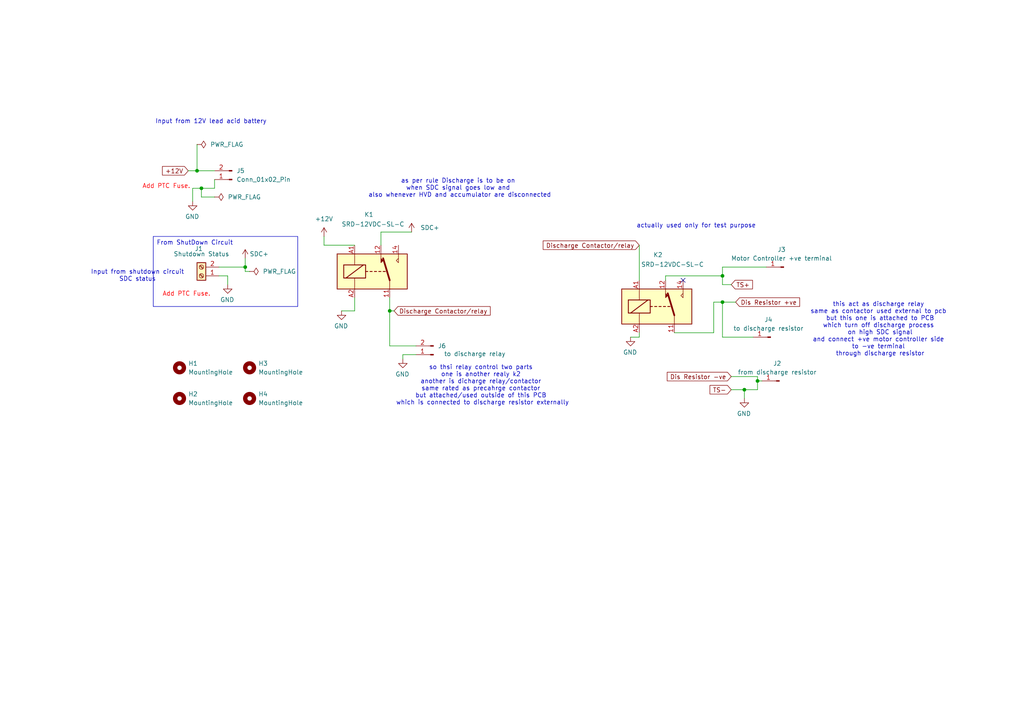
<source format=kicad_sch>
(kicad_sch (version 20231120) (generator "eeschema") (generator_version "8.0")
  (paper "A4")
  (lib_symbols
    (symbol "Connector:Conn_01x01_Pin" (pin_names (offset 1.016) hide)
      (property "Reference" "J" (at 0 2.54 0))
      (property "Value" "Conn_01x01_Pin" (at 0 -2.54 0))
      (symbol "Conn_01x01_Pin_1_1"
        (polyline (pts (xy 1.27 0) (xy 0.8636 0)) (stroke (width 0.1524)))
        (rectangle (start 0.8636 0.127) (end 0 -0.127) (stroke (width 0.1524)) (fill (type outline)))
        (pin passive line (at 5.08 0 180) (length 3.81) (name "Pin_1") (number "1"))
      )
    )
    (symbol "Connector:Conn_01x02_Pin" (pin_names (offset 1.016) hide)
      (property "Reference" "J" (at 0 2.54 0))
      (property "Value" "Conn_01x02_Pin" (at 0 -5.08 0))
      (symbol "Conn_01x02_Pin_1_1"
        (polyline (pts (xy 1.27 -2.54) (xy 0.8636 -2.54)) (stroke (width 0.1524)))
        (polyline (pts (xy 1.27 0) (xy 0.8636 0)) (stroke (width 0.1524)))
        (rectangle (start 0.8636 -2.413) (end 0 -2.667) (stroke (width 0.1524)) (fill (type outline)))
        (rectangle (start 0.8636 0.127) (end 0 -0.127) (stroke (width 0.1524)) (fill (type outline)))
        (pin passive line (at 5.08 0 180) (length 3.81) (name "Pin_1") (number "1"))
        (pin passive line (at 5.08 -2.54 180) (length 3.81) (name "Pin_2") (number "2"))
      )
    )
    (symbol "Connector:Screw_Terminal_01x02" (pin_names (offset 1.016) hide)
      (property "Reference" "J" (at 0 2.54 0))
      (property "Value" "Screw_Terminal_01x02" (at 0 -5.08 0))
      (symbol "Screw_Terminal_01x02_1_1"
        (rectangle (start -1.27 1.27) (end 1.27 -3.81) (stroke (width 0.254)) (fill (type background)))
        (circle (center 0 -2.54) (radius 0.635) (stroke (width 0.1524)))
        (polyline (pts (xy -0.5334 -2.2098) (xy 0.3302 -3.048)) (stroke (width 0.1524)))
        (polyline (pts (xy -0.5334 0.3302) (xy 0.3302 -0.508)) (stroke (width 0.1524)))
        (polyline (pts (xy -0.3556 -2.032) (xy 0.508 -2.8702)) (stroke (width 0.1524)))
        (polyline (pts (xy -0.3556 0.508) (xy 0.508 -0.3302)) (stroke (width 0.1524)))
        (circle (center 0 0) (radius 0.635) (stroke (width 0.1524)))
        (pin passive line (at -5.08 0 0) (length 3.81) (name "Pin_1") (number "1"))
        (pin passive line (at -5.08 -2.54 0) (length 3.81) (name "Pin_2") (number "2"))
      )
    )
    (symbol "Mechanical:MountingHole" (pin_names (offset 1.016)) (exclude_from_sim yes) (in_bom no)
      (property "Reference" "H" (at 0 5.08 0))
      (property "Value" "MountingHole" (at 0 3.175 0))
      (symbol "MountingHole_0_1"
        (circle (center 0 0) (radius 1.27) (stroke (width 1.27)))
      )
    )
    (symbol "Relay:Fujitsu_FTR-LYCA005x"
      (property "Reference" "K" (at 11.43 3.81 0))
      (property "Value" "Fujitsu_FTR-LYCA005x" (at 11.43 1.27 0))
      (symbol "Fujitsu_FTR-LYCA005x_0_0"
        (polyline (pts (xy 7.62 5.08) (xy 7.62 2.54) (xy 6.985 3.175) (xy 7.62 3.81)))
      )
      (symbol "Fujitsu_FTR-LYCA005x_0_1"
        (rectangle (start -10.16 5.08) (end 10.16 -5.08) (stroke (width 0.254)) (fill (type background)))
        (rectangle (start -8.255 1.905) (end -1.905 -1.905) (stroke (width 0.254)))
        (polyline (pts (xy -7.62 -1.905) (xy -2.54 1.905)) (stroke (width 0.254)))
        (polyline (pts (xy -5.08 -5.08) (xy -5.08 -1.905)))
        (polyline (pts (xy -5.08 5.08) (xy -5.08 1.905)))
        (polyline (pts (xy -1.905 0) (xy -1.27 0)) (stroke (width 0.254)))
        (polyline (pts (xy -0.635 0) (xy 0 0)) (stroke (width 0.254)))
        (polyline (pts (xy 0.635 0) (xy 1.27 0)) (stroke (width 0.254)))
        (polyline (pts (xy 1.905 0) (xy 2.54 0)) (stroke (width 0.254)))
        (polyline (pts (xy 3.175 0) (xy 3.81 0)) (stroke (width 0.254)))
        (polyline (pts (xy 5.08 -2.54) (xy 3.175 3.81)) (stroke (width 0.508)))
        (polyline (pts (xy 5.08 -2.54) (xy 5.08 -5.08)))
        (polyline (pts (xy 2.54 5.08) (xy 2.54 2.54) (xy 3.175 3.175) (xy 2.54 3.81)) (fill (type outline)))
      )
      (symbol "Fujitsu_FTR-LYCA005x_1_1"
        (pin passive line (at 5.08 -7.62 90) (length 2.54) (name "~") (number "11"))
        (pin passive line (at 2.54 7.62 270) (length 2.54) (name "~") (number "12"))
        (pin passive line (at 7.62 7.62 270) (length 2.54) (name "~") (number "14"))
        (pin passive line (at -5.08 7.62 270) (length 2.54) (name "~") (number "A1"))
        (pin passive line (at -5.08 -7.62 90) (length 2.54) (name "~") (number "A2"))
      )
    )
    (symbol "power:+12V" (power) (pin_names (offset 0))
      (property "Value" "+12V" (at 0 3.556 0))
      (symbol "+12V_0_1"
        (polyline (pts (xy -0.762 1.27) (xy 0 2.54)))
        (polyline (pts (xy 0 0) (xy 0 2.54)))
        (polyline (pts (xy 0 2.54) (xy 0.762 1.27)))
      )
      (symbol "+12V_1_1"
        (pin power_in line (at 0 0 90) (length 0) hide (name "+12V") (number "1"))
      )
    )
    (symbol "power:GND" (power) (pin_names (offset 0))
      (property "Value" "GND" (at 0 -3.81 0))
      (symbol "GND_0_1"
        (polyline (pts (xy 0 0) (xy 0 -1.27) (xy 1.27 -1.27) (xy 0 -2.54) (xy -1.27 -1.27) (xy 0 -1.27)))
      )
      (symbol "GND_1_1"
        (pin power_in line (at 0 0 270) (length 0) hide (name "GND") (number "1"))
      )
    )
    (symbol "power:PWR_FLAG" (power) (pin_numbers hide) (pin_names (offset 0) hide)
      (property "Value" "PWR_FLAG" (at 0 3.81 0))
      (symbol "PWR_FLAG_0_0"
        (pin power_out line (at 0 0 90) (length 0) (name "~") (number "1"))
      )
      (symbol "PWR_FLAG_0_1"
        (polyline (pts (xy 0 0) (xy 0 1.27) (xy -1.016 1.905) (xy 0 2.54) (xy 1.016 1.905) (xy 0 1.27)))
      )
    )
  )
  (junction (at 57.15 49.53))
  (junction (at 58.42 54.61))
  (junction (at 113.03 90.17))
  (junction (at 71.12 77.47))
  (junction (at 219.71 110.49))
  (junction (at 215.9 113.03))
  (junction (at 209.55 87.63))
  (junction (at 209.55 80.01))
  (no_connect (at 198.12 81.28))
  (wire (pts (xy 102.87 90.17) (xy 99.06 90.17)))
  (wire (pts (xy 209.55 80.01) (xy 209.55 82.55)))
  (wire (pts (xy 219.71 110.49) (xy 219.71 113.03)))
  (wire (pts (xy 212.09 113.03) (xy 215.9 113.03)))
  (wire (pts (xy 110.49 71.12) (xy 110.49 67.31)))
  (wire (pts (xy 57.15 41.91) (xy 57.15 49.53)))
  (wire (pts (xy 185.42 71.12) (xy 185.42 81.28)))
  (wire (pts (xy 207.01 96.52) (xy 207.01 87.63)))
  (wire (pts (xy 58.42 57.15) (xy 58.42 54.61)))
  (wire (pts (xy 207.01 87.63) (xy 209.55 87.63)))
  (wire (pts (xy 63.5 80.01) (xy 66.04 80.01)))
  (wire (pts (xy 57.15 49.53) (xy 62.23 49.53)))
  (wire (pts (xy 55.88 54.61) (xy 58.42 54.61)))
  (wire (pts (xy 219.71 109.22) (xy 219.71 110.49)))
  (wire (pts (xy 113.03 90.17) (xy 114.3 90.17)))
  (wire (pts (xy 212.09 109.22) (xy 219.71 109.22)))
  (wire (pts (xy 66.04 80.01) (xy 66.04 82.55)))
  (wire (pts (xy 62.23 52.07) (xy 62.23 54.61)))
  (wire (pts (xy 116.84 102.87) (xy 116.84 104.14)))
  (wire (pts (xy 215.9 113.03) (xy 215.9 115.57)))
  (wire (pts (xy 193.04 80.01) (xy 209.55 80.01)))
  (wire (pts (xy 113.03 86.36) (xy 113.03 90.17)))
  (wire (pts (xy 58.42 54.61) (xy 62.23 54.61)))
  (wire (pts (xy 209.55 77.47) (xy 209.55 80.01)))
  (wire (pts (xy 110.49 67.31) (xy 119.38 67.31)))
  (wire (pts (xy 219.71 110.49) (xy 220.98 110.49)))
  (wire (pts (xy 62.23 57.15) (xy 58.42 57.15)))
  (wire (pts (xy 54.61 49.53) (xy 57.15 49.53)))
  (wire (pts (xy 193.04 81.28) (xy 193.04 80.01)))
  (wire (pts (xy 71.12 78.74) (xy 71.12 77.47)))
  (wire (pts (xy 182.88 97.79) (xy 185.42 97.79)))
  (wire (pts (xy 195.58 96.52) (xy 207.01 96.52)))
  (wire (pts (xy 218.44 97.79) (xy 209.55 97.79)))
  (wire (pts (xy 113.03 100.33) (xy 113.03 90.17)))
  (wire (pts (xy 63.5 77.47) (xy 71.12 77.47)))
  (wire (pts (xy 102.87 86.36) (xy 102.87 90.17)))
  (wire (pts (xy 209.55 87.63) (xy 209.55 97.79)))
  (wire (pts (xy 55.88 58.42) (xy 55.88 54.61)))
  (wire (pts (xy 71.12 74.93) (xy 71.12 77.47)))
  (wire (pts (xy 222.25 77.47) (xy 209.55 77.47)))
  (wire (pts (xy 93.98 71.12) (xy 93.98 68.58)))
  (wire (pts (xy 185.42 97.79) (xy 185.42 96.52)))
  (wire (pts (xy 209.55 82.55) (xy 212.09 82.55)))
  (wire (pts (xy 72.39 78.74) (xy 71.12 78.74)))
  (wire (pts (xy 209.55 87.63) (xy 213.36 87.63)))
  (wire (pts (xy 102.87 71.12) (xy 93.98 71.12)))
  (wire (pts (xy 113.03 100.33) (xy 120.65 100.33)))
  (wire (pts (xy 215.9 113.03) (xy 219.71 113.03)))
  (wire (pts (xy 120.65 102.87) (xy 116.84 102.87)))
  (text_box "From ShutDown Circuit" (at 44.45 68.58 0) (size 41.91 20.32) (effects (font (size 1.27 1.27)) (justify left top)))
  (text "Add PTC Fuse." (at 54.102 85.344 0) (effects (font (size 1.27 1.27))))
  (text "as per rule Discharge is to be on \nwhen SDC signal goes low and \nalso whenever HVD and accumulator are disconnected" (at 133.35 54.61 0) (effects (font (size 1.27 1.27))))
  (text "actually used only for test purpose" (at 201.93 65.532 0) (effects (font (size 1.27 1.27))))
  (text "so thsi relay control two parts \none is another realy k2 \nanother is dicharge relay/contactor \nsame rated as precahrge contactor \nbut attached/used outside of this PCB \nwhich is connected to discharge resistor externally" (at 139.954 111.76 0) (effects (font (size 1.27 1.27))))
  (text "Input from 12V lead acid battery" (at 61.214 35.306 0) (effects (font (size 1.27 1.27))))
  (text "Add PTC Fuse." (at 48.26 54.102 0) (effects (font (size 1.27 1.27))))
  (text "Input from shutdown circuit\nSDC status" (at 39.878 80.01 0) (effects (font (size 1.27 1.27))))
  (text "this act as discharge relay \nsame as contactor used external to pcb \nbut this one is attached to PCB\nwhich turn off discharge process \non high SDC signal\nand connect +ve motor controller side \nto -ve terminal \nthrough discharge resistor\n" (at 255.27 95.504 0) (effects (font (size 1.27 1.27))))
  (global_label "Dis Resistor -ve" (shape input) (at 212.09 109.22 180) (property "Intersheetrefs" "${INTERSHEET_REFS}" (effects (hide yes))))
  (global_label "TS-" (shape input) (at 212.09 113.03 180) (property "Intersheetrefs" "${INTERSHEET_REFS}" (effects (hide yes))))
  (global_label "TS+" (shape input) (at 212.09 82.55 0) (property "Intersheetrefs" "${INTERSHEET_REFS}" (effects (hide yes))))
  (global_label "Discharge Contactor{slash}relay" (shape input) (at 114.3 90.17 0) (property "Intersheetrefs" "${INTERSHEET_REFS}" (effects (hide yes))))
  (global_label "Discharge Contactor{slash}relay" (shape input) (at 185.42 71.12 180) (property "Intersheetrefs" "${INTERSHEET_REFS}" (effects (hide yes))))
  (global_label "+12V" (shape input) (at 54.61 49.53 180) (property "Intersheetrefs" "${INTERSHEET_REFS}" (effects (hide yes))))
  (global_label "Dis Resistor +ve" (shape input) (at 213.36 87.63 0) (property "Intersheetrefs" "${INTERSHEET_REFS}" (effects (hide yes))))
  (symbol (lib_id "Connector:Conn_01x01_Pin") (at 226.06 110.49 180) (unit 1)
    (property "Reference" "J2" (at 225.425 105.41 0))
    (property "Value" "from discharge resistor" (at 225.425 107.95 0))
    (property "Footprint" "TerminalBlock_Phoenix:TerminalBlock_Phoenix_MKDS-1,5-2-5.08_1x02_P5.08mm_Horizontal" (effects (hide yes)))
    (property "Description" "Generic connector, single row, 01x01, script generated" (effects (hide yes)))
  )
  (symbol (lib_id "power:GND") (at 66.04 82.55 0) (mirror y) (unit 1)
    (property "Reference" "#PWR01" (effects (hide yes)))
    (property "Value" "GND" (at 65.913 86.9442 0))
  )
  (symbol (lib_id "Relay:Fujitsu_FTR-LYCA005x") (at 190.5 88.9 0) (unit 1)
    (property "Reference" "K2" (at 189.484 73.914 0) (effects (justify left)))
    (property "Value" "SRD-12VDC-SL-C" (at 185.928 76.708 0) (effects (justify left)))
    (property "Footprint" "Relay_THT:Relay_SPDT_Hongfa_HF3F-L-xx-1ZL1T" (effects (hide yes)))
    (property "Datasheet" "https://www.fujitsu.com/sg/imagesgig5/ftr-ly.pdf" (effects (hide yes)))
    (property "Description" "Relay, SPDT Form C, vertical mount, 5-60V coil, 6A, 250VAC, 28 x 5 x 15mm" (effects (hide yes)))
  )
  (symbol (lib_id "power:PWR_FLAG") (at 72.39 78.74 270) (unit 1)
    (property "Reference" "#FLG01" (effects (hide yes)))
    (property "Value" "PWR_FLAG" (at 76.2 78.7399 90) (effects (justify left)))
    (property "Description" "Special symbol for telling ERC where power comes from" (effects (hide yes)))
  )
  (symbol (lib_id "Mechanical:MountingHole") (at 52.07 106.68 0) (unit 1) (exclude_from_sim yes) (in_bom no)
    (property "Reference" "H1" (at 54.61 105.4099 0) (effects (justify left)))
    (property "Value" "MountingHole" (at 54.61 107.9499 0) (effects (justify left)))
    (property "Footprint" "MountingHole:MountingHole_4.3mm_M4" (effects (hide yes)))
    (property "Description" "Mounting Hole without connection" (effects (hide yes)))
  )
  (symbol (lib_id "Connector:Conn_01x02_Pin") (at 125.73 102.87 180) (unit 1)
    (property "Reference" "J6" (at 127 100.3299 0) (effects (justify right)))
    (property "Value" "to discharge relay" (at 128.778 102.616 0) (effects (justify right)))
    (property "Footprint" "TerminalBlock_Phoenix:TerminalBlock_Phoenix_MKDS-1,5-2-5.08_1x02_P5.08mm_Horizontal" (effects (hide yes)))
    (property "Description" "Generic connector, single row, 01x02, script generated" (effects (hide yes)))
  )
  (symbol (lib_id "power:GND") (at 55.88 58.42 0) (mirror y) (unit 1)
    (property "Reference" "#PWR03" (effects (hide yes)))
    (property "Value" "GND" (at 55.753 62.8142 0))
  )
  (symbol (lib_id "Mechanical:MountingHole") (at 52.07 115.57 0) (unit 1) (exclude_from_sim yes) (in_bom no)
    (property "Reference" "H2" (at 54.61 114.2999 0) (effects (justify left)))
    (property "Value" "MountingHole" (at 54.61 116.8399 0) (effects (justify left)))
    (property "Footprint" "MountingHole:MountingHole_4.3mm_M4" (effects (hide yes)))
    (property "Description" "Mounting Hole without connection" (effects (hide yes)))
  )
  (symbol (lib_id "power:GND") (at 99.06 90.17 0) (mirror y) (unit 1)
    (property "Reference" "#PWR07" (effects (hide yes)))
    (property "Value" "GND" (at 98.933 94.5642 0))
  )
  (symbol (lib_id "power:GND") (at 116.84 104.14 0) (mirror y) (unit 1)
    (property "Reference" "#PWR09" (effects (hide yes)))
    (property "Value" "GND" (at 116.713 108.5342 0))
  )
  (symbol (lib_id "power:+12V") (at 119.38 67.31 0) (unit 1)
    (property "Reference" "#PWR08" (effects (hide yes)))
    (property "Value" "SDC+" (at 121.92 66.0399 0) (effects (justify left)))
  )
  (symbol (lib_id "power:PWR_FLAG") (at 57.15 41.91 270) (unit 1)
    (property "Reference" "#FLG03" (effects (hide yes)))
    (property "Value" "PWR_FLAG" (at 60.96 41.9099 90) (effects (justify left)))
    (property "Description" "Special symbol for telling ERC where power comes from" (effects (hide yes)))
  )
  (symbol (lib_id "power:GND") (at 182.88 97.79 0) (mirror y) (unit 1)
    (property "Reference" "#PWR04" (effects (hide yes)))
    (property "Value" "GND" (at 182.753 102.1842 0))
  )
  (symbol (lib_id "Mechanical:MountingHole") (at 72.39 106.68 0) (unit 1) (exclude_from_sim yes) (in_bom no)
    (property "Reference" "H3" (at 74.93 105.4099 0) (effects (justify left)))
    (property "Value" "MountingHole" (at 74.93 107.9499 0) (effects (justify left)))
    (property "Footprint" "MountingHole:MountingHole_4.3mm_M4" (effects (hide yes)))
    (property "Description" "Mounting Hole without connection" (effects (hide yes)))
  )
  (symbol (lib_id "Connector:Conn_01x01_Pin") (at 223.52 97.79 180) (unit 1)
    (property "Reference" "J4" (at 222.885 92.71 0))
    (property "Value" "to discharge resistor" (at 222.885 95.25 0))
    (property "Footprint" "TerminalBlock_Phoenix:TerminalBlock_Phoenix_MKDS-1,5-2-5.08_1x02_P5.08mm_Horizontal" (effects (hide yes)))
    (property "Description" "Generic connector, single row, 01x01, script generated" (effects (hide yes)))
  )
  (symbol (lib_id "Connector:Conn_01x02_Pin") (at 67.31 52.07 180) (unit 1)
    (property "Reference" "J5" (at 68.58 49.5299 0) (effects (justify right)))
    (property "Value" "Conn_01x02_Pin" (at 68.58 52.0699 0) (effects (justify right)))
    (property "Footprint" "TerminalBlock_Phoenix:TerminalBlock_Phoenix_MKDS-1,5-2-5.08_1x02_P5.08mm_Horizontal" (effects (hide yes)))
    (property "Description" "Generic connector, single row, 01x02, script generated" (effects (hide yes)))
  )
  (symbol (lib_id "power:PWR_FLAG") (at 62.23 57.15 270) (unit 1)
    (property "Reference" "#FLG04" (effects (hide yes)))
    (property "Value" "PWR_FLAG" (at 66.04 57.1499 90) (effects (justify left)))
    (property "Description" "Special symbol for telling ERC where power comes from" (effects (hide yes)))
  )
  (symbol (lib_id "Connector:Screw_Terminal_01x02") (at 58.42 80.01 180) (unit 1)
    (property "Reference" "J1" (at 57.658 72.136 0))
    (property "Value" "Shutdown Status" (at 58.42 73.66 0))
    (property "Footprint" "TerminalBlock_Phoenix:TerminalBlock_Phoenix_MKDS-1,5-2-5.08_1x02_P5.08mm_Horizontal" (effects (hide yes)))
  )
  (symbol (lib_id "Connector:Conn_01x01_Pin") (at 227.33 77.47 180) (unit 1)
    (property "Reference" "J3" (at 226.695 72.39 0))
    (property "Value" "Motor Controller +ve terminal" (at 226.695 74.93 0))
    (property "Footprint" "TerminalBlock_Phoenix:TerminalBlock_Phoenix_MKDS-1,5-2-5.08_1x02_P5.08mm_Horizontal" (effects (hide yes)))
    (property "Description" "Generic connector, single row, 01x01, script generated" (effects (hide yes)))
  )
  (symbol (lib_id "power:+12V") (at 93.98 68.58 0) (unit 1)
    (property "Reference" "#PWR06" (effects (hide yes)))
    (property "Value" "+12V" (at 93.98 63.5 0))
  )
  (symbol (lib_id "Relay:Fujitsu_FTR-LYCA005x") (at 107.95 78.74 0) (unit 1)
    (property "Reference" "K1" (at 105.664 62.23 0) (effects (justify left)))
    (property "Value" "SRD-12VDC-SL-C" (at 99.06 65.024 0) (effects (justify left)))
    (property "Footprint" "Relay_THT:Relay_SPDT_Hongfa_HF3F-L-xx-1ZL1T" (effects (hide yes)))
    (property "Datasheet" "https://www.fujitsu.com/sg/imagesgig5/ftr-ly.pdf" (effects (hide yes)))
    (property "Description" "Relay, SPDT Form C, vertical mount, 5-60V coil, 6A, 250VAC, 28 x 5 x 15mm" (effects (hide yes)))
  )
  (symbol (lib_id "Mechanical:MountingHole") (at 72.39 115.57 0) (unit 1) (exclude_from_sim yes) (in_bom no)
    (property "Reference" "H4" (at 74.93 114.2999 0) (effects (justify left)))
    (property "Value" "MountingHole" (at 74.93 116.8399 0) (effects (justify left)))
    (property "Footprint" "MountingHole:MountingHole_4.3mm_M4" (effects (hide yes)))
    (property "Description" "Mounting Hole without connection" (effects (hide yes)))
  )
  (symbol (lib_id "power:GND") (at 215.9 115.57 0) (mirror y) (unit 1)
    (property "Reference" "#PWR05" (effects (hide yes)))
    (property "Value" "GND" (at 215.773 119.9642 0))
  )
  (symbol (lib_id "power:+12V") (at 71.12 74.93 0) (unit 1)
    (property "Reference" "#PWR02" (effects (hide yes)))
    (property "Value" "SDC+" (at 72.39 73.66 0) (effects (justify left)))
  )
)
</source>
